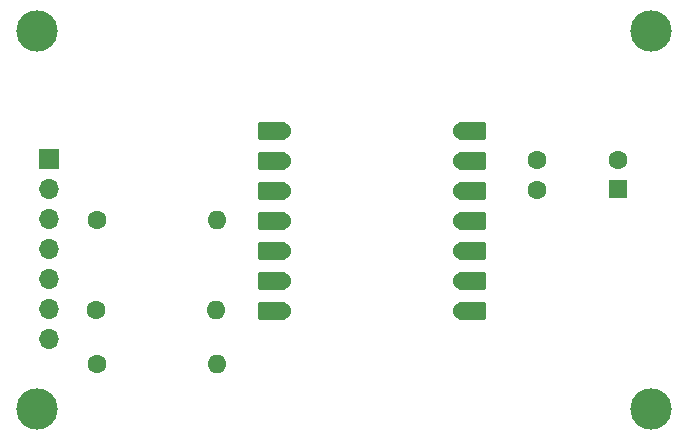
<source format=gbr>
G04 #@! TF.GenerationSoftware,KiCad,Pcbnew,9.0.0*
G04 #@! TF.CreationDate,2025-05-09T14:24:40+09:00*
G04 #@! TF.ProjectId,magnet_module,6d61676e-6574-45f6-9d6f-64756c652e6b,rev?*
G04 #@! TF.SameCoordinates,Original*
G04 #@! TF.FileFunction,Soldermask,Top*
G04 #@! TF.FilePolarity,Negative*
%FSLAX46Y46*%
G04 Gerber Fmt 4.6, Leading zero omitted, Abs format (unit mm)*
G04 Created by KiCad (PCBNEW 9.0.0) date 2025-05-09 14:24:40*
%MOMM*%
%LPD*%
G01*
G04 APERTURE LIST*
G04 Aperture macros list*
%AMRoundRect*
0 Rectangle with rounded corners*
0 $1 Rounding radius*
0 $2 $3 $4 $5 $6 $7 $8 $9 X,Y pos of 4 corners*
0 Add a 4 corners polygon primitive as box body*
4,1,4,$2,$3,$4,$5,$6,$7,$8,$9,$2,$3,0*
0 Add four circle primitives for the rounded corners*
1,1,$1+$1,$2,$3*
1,1,$1+$1,$4,$5*
1,1,$1+$1,$6,$7*
1,1,$1+$1,$8,$9*
0 Add four rect primitives between the rounded corners*
20,1,$1+$1,$2,$3,$4,$5,0*
20,1,$1+$1,$4,$5,$6,$7,0*
20,1,$1+$1,$6,$7,$8,$9,0*
20,1,$1+$1,$8,$9,$2,$3,0*%
G04 Aperture macros list end*
%ADD10C,3.500000*%
%ADD11C,1.600000*%
%ADD12O,1.600000X1.600000*%
%ADD13R,1.700000X1.700000*%
%ADD14O,1.700000X1.700000*%
%ADD15R,1.600000X1.600000*%
%ADD16RoundRect,0.152400X1.063600X0.609600X-1.063600X0.609600X-1.063600X-0.609600X1.063600X-0.609600X0*%
%ADD17C,1.524000*%
%ADD18RoundRect,0.152400X-1.063600X-0.609600X1.063600X-0.609600X1.063600X0.609600X-1.063600X0.609600X0*%
G04 APERTURE END LIST*
D10*
G04 #@! TO.C,REF\u002A\u002A*
X104000000Y-96000000D03*
G04 #@! TD*
G04 #@! TO.C,REF\u002A\u002A*
X156000000Y-96000000D03*
G04 #@! TD*
G04 #@! TO.C,REF\u002A\u002A*
X156000000Y-64000000D03*
G04 #@! TD*
G04 #@! TO.C,REF\u002A\u002A*
X104000000Y-64008000D03*
G04 #@! TD*
D11*
G04 #@! TO.C,R1*
X109110225Y-80010000D03*
D12*
X119270225Y-80010000D03*
G04 #@! TD*
D11*
G04 #@! TO.C,R3*
X109110225Y-92202000D03*
D12*
X119270225Y-92202000D03*
G04 #@! TD*
D13*
G04 #@! TO.C,J1*
X105000000Y-74840000D03*
D14*
X105000000Y-77380000D03*
X105000000Y-79920000D03*
X105000000Y-82460000D03*
X105000000Y-85000000D03*
X105000000Y-87540000D03*
X105000000Y-90080000D03*
G04 #@! TD*
D11*
G04 #@! TO.C,C1*
X146304000Y-74950000D03*
X146304000Y-77450000D03*
G04 #@! TD*
D15*
G04 #@! TO.C,C2*
X153162000Y-77405113D03*
D11*
X153162000Y-74905113D03*
G04 #@! TD*
G04 #@! TO.C,R2*
X108966000Y-87630000D03*
D12*
X119126000Y-87630000D03*
G04 #@! TD*
D16*
G04 #@! TO.C,U1*
X123925000Y-72500000D03*
D17*
X124760000Y-72500000D03*
D16*
X123925000Y-75040000D03*
D17*
X124760000Y-75040000D03*
D16*
X123925000Y-77580000D03*
D17*
X124760000Y-77580000D03*
D16*
X123925000Y-80120000D03*
D17*
X124760000Y-80120000D03*
D16*
X123925000Y-82660000D03*
D17*
X124760000Y-82660000D03*
D16*
X123925000Y-85200000D03*
D17*
X124760000Y-85200000D03*
D16*
X123925000Y-87740000D03*
D17*
X124760000Y-87740000D03*
X140000000Y-87740000D03*
D18*
X140835000Y-87740000D03*
D17*
X140000000Y-85200000D03*
D18*
X140835000Y-85200000D03*
D17*
X140000000Y-82660000D03*
D18*
X140835000Y-82660000D03*
D17*
X140000000Y-80120000D03*
D18*
X140835000Y-80120000D03*
D17*
X140000000Y-77580000D03*
D18*
X140835000Y-77580000D03*
D17*
X140000000Y-75040000D03*
D18*
X140835000Y-75040000D03*
D17*
X140000000Y-72500000D03*
D18*
X140835000Y-72500000D03*
G04 #@! TD*
M02*

</source>
